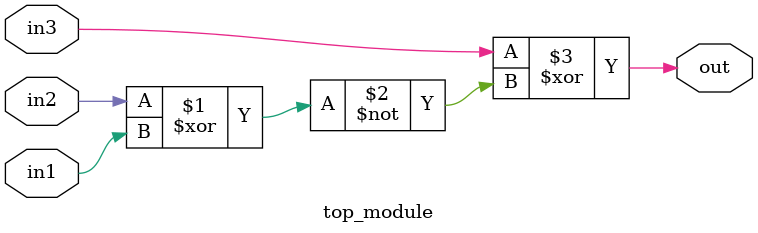
<source format=v>
module top_module (
    input in1,
    input in2,
    input in3,
    output out);
    assign out = in3 ^ ~(in2 ^ in1);
endmodule

</source>
